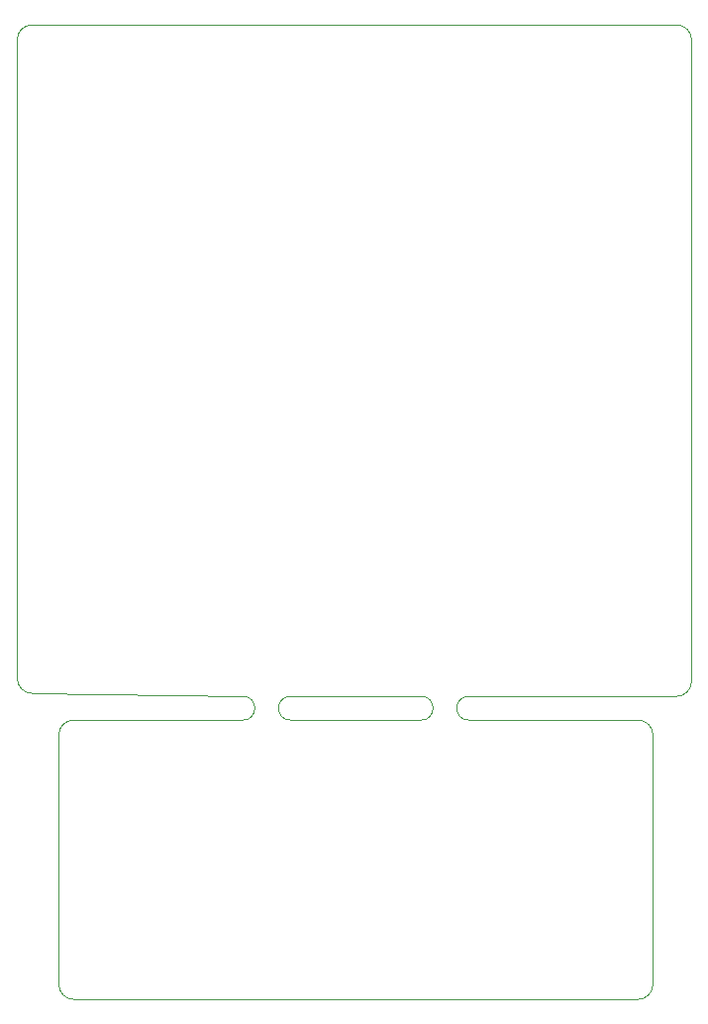
<source format=gbr>
G04 #@! TF.GenerationSoftware,KiCad,Pcbnew,(5.1.8-0-10_14)*
G04 #@! TF.CreationDate,2020-12-11T16:45:24+01:00*
G04 #@! TF.ProjectId,fluff,666c7566-662e-46b6-9963-61645f706362,rev?*
G04 #@! TF.SameCoordinates,Original*
G04 #@! TF.FileFunction,Profile,NP*
%FSLAX46Y46*%
G04 Gerber Fmt 4.6, Leading zero omitted, Abs format (unit mm)*
G04 Created by KiCad (PCBNEW (5.1.8-0-10_14)) date 2020-12-11 16:45:24*
%MOMM*%
%LPD*%
G01*
G04 APERTURE LIST*
G04 #@! TA.AperFunction,Profile*
%ADD10C,0.050000*%
G04 #@! TD*
G04 APERTURE END LIST*
D10*
X129286000Y-136906000D02*
X129286000Y-191770000D01*
X72898000Y-135636000D02*
X128016000Y-135636000D01*
X71628000Y-191516000D02*
X71628000Y-136906000D01*
X90932000Y-193040000D02*
X72898000Y-192786000D01*
X76454000Y-195072000D02*
X90932000Y-195072000D01*
X75184000Y-217678000D02*
X75184000Y-196342000D01*
X124714000Y-218948000D02*
X76454000Y-218948000D01*
X124714000Y-195072000D02*
X110236000Y-195072000D01*
X125984000Y-196342000D02*
X125984000Y-217678000D01*
X94996000Y-195072000D02*
X106172000Y-195072000D01*
X106172000Y-193040000D02*
X94996000Y-193040000D01*
X110236000Y-193040000D02*
X128016000Y-193040000D01*
X90932000Y-193040000D02*
G75*
G02*
X90932000Y-195072000I0J-1016000D01*
G01*
X94996000Y-195072000D02*
G75*
G02*
X94996000Y-193040000I0J1016000D01*
G01*
X106172000Y-193040000D02*
G75*
G02*
X106172000Y-195072000I0J-1016000D01*
G01*
X110236000Y-195072000D02*
G75*
G02*
X110236000Y-193040000I0J1016000D01*
G01*
X125984000Y-217678000D02*
G75*
G02*
X124714000Y-218948000I-1270000J0D01*
G01*
X76454000Y-218948000D02*
G75*
G02*
X75184000Y-217678000I0J1270000D01*
G01*
X75184000Y-196342000D02*
G75*
G02*
X76454000Y-195072000I1270000J0D01*
G01*
X124714000Y-195072000D02*
G75*
G02*
X125984000Y-196342000I0J-1270000D01*
G01*
X129286000Y-191770000D02*
G75*
G02*
X128016000Y-193040000I-1270000J0D01*
G01*
X72898000Y-192786000D02*
G75*
G02*
X71628000Y-191516000I0J1270000D01*
G01*
X71628000Y-136906000D02*
G75*
G02*
X72898000Y-135636000I1270000J0D01*
G01*
X128016000Y-135636000D02*
G75*
G02*
X129286000Y-136906000I0J-1270000D01*
G01*
M02*

</source>
